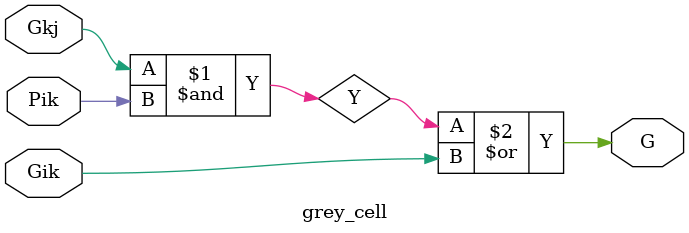
<source format=v>
module grey_cell(Gkj, Pik, Gik, G);
 //grey cell
 input Gkj, Pik, Gik;
 output G;
 wire Y;
 and(Y, Gkj, Pik);
 or(G, Y, Gik);
endmodule


</source>
